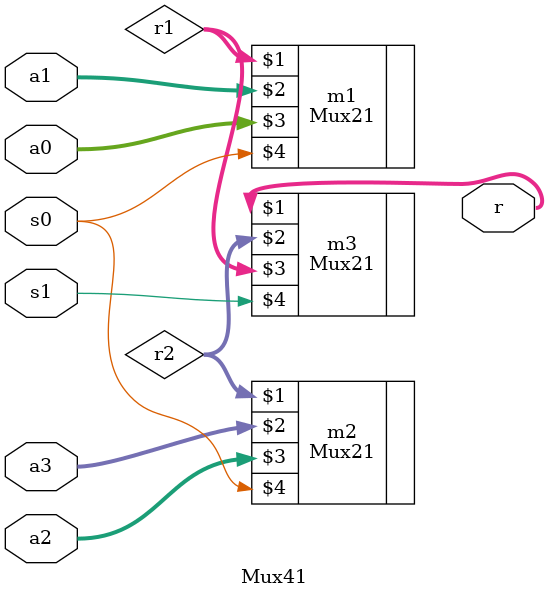
<source format=v>
`timescale 1 ns/100 ps

module Mux41 #(parameter Size = 8)(output [Size-1:0]r, input [Size-1:0] a3, a2, a1, a0, input s1, s0);
	wire [Size:0] r1, r2;
	
	Mux21 #(Size) m1 (r1, a1, a0, s0);
	Mux21 #(Size) m2 (r2, a3, a2, s0);
	Mux21 #(Size) m3 (r, r2, r1, s1);
endmodule
</source>
